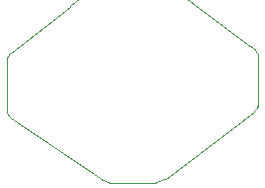
<source format=gbr>
%TF.GenerationSoftware,KiCad,Pcbnew,(6.0.6)*%
%TF.CreationDate,2022-12-21T10:33:16-07:00*%
%TF.ProjectId,Pinecil_LEDring,50696e65-6369-46c5-9f4c-454472696e67,rev?*%
%TF.SameCoordinates,Original*%
%TF.FileFunction,Profile,NP*%
%FSLAX46Y46*%
G04 Gerber Fmt 4.6, Leading zero omitted, Abs format (unit mm)*
G04 Created by KiCad (PCBNEW (6.0.6)) date 2022-12-21 10:33:16*
%MOMM*%
%LPD*%
G01*
G04 APERTURE LIST*
%TA.AperFunction,Profile*%
%ADD10C,0.120000*%
%TD*%
G04 APERTURE END LIST*
D10*
%TO.C,Pinecil LED Ring*%
X140691968Y-90514545D02*
X135662768Y-94426145D01*
X156566968Y-94553145D02*
X156566968Y-98998145D01*
X135332568Y-94959545D02*
X135332568Y-99531545D01*
X151283768Y-90412945D02*
X156008168Y-93918145D01*
X135689340Y-99967871D02*
X143435168Y-105221145D01*
X147932786Y-105436034D02*
X143995786Y-105436034D01*
X156236768Y-99429945D02*
X148769168Y-105119545D01*
X156236770Y-99429949D02*
G75*
G03*
X156566968Y-98998145I-260302J541204D01*
G01*
X147932786Y-105436034D02*
G75*
G03*
X148769168Y-105119545I-207268J1811139D01*
G01*
X143435168Y-105221145D02*
G75*
G03*
X143995786Y-105436034I725338J1053579D01*
G01*
X135662768Y-94426145D02*
G75*
G03*
X135332568Y-94959545I503260J-680446D01*
G01*
X156566975Y-94553143D02*
G75*
G03*
X156008168Y-93918145I-1017007J-331602D01*
G01*
X151283768Y-90412945D02*
G75*
G03*
X140691968Y-90514545I-5243586J-5504514D01*
G01*
X135332568Y-99531545D02*
G75*
G03*
X135689340Y-99967871I648294J166068D01*
G01*
%TD*%
M02*

</source>
